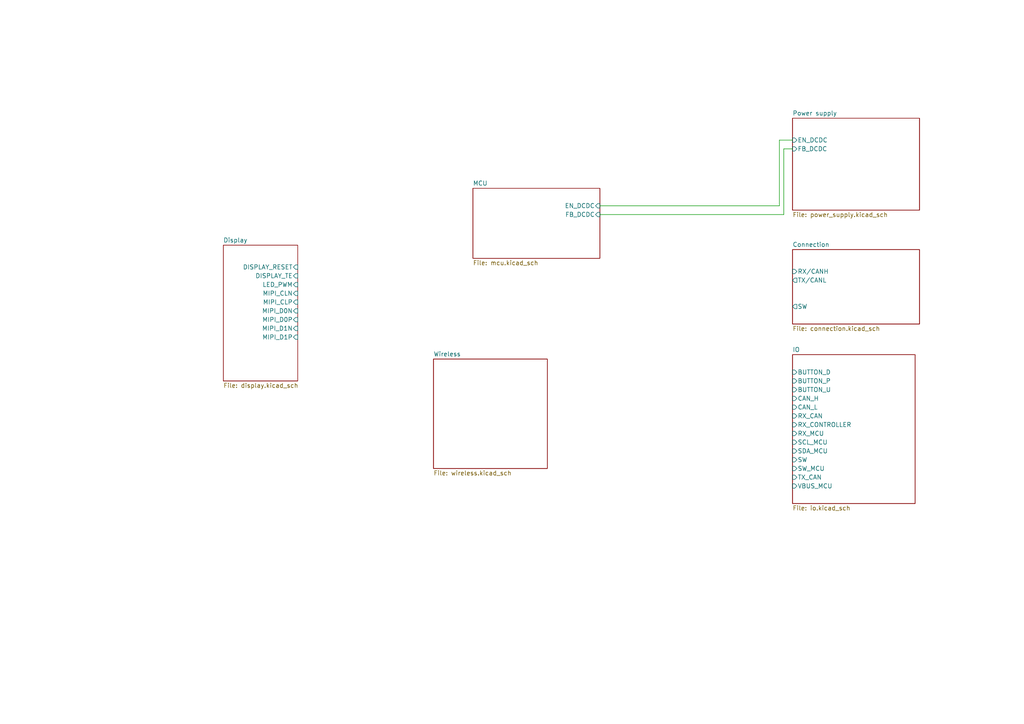
<source format=kicad_sch>
(kicad_sch
	(version 20250114)
	(generator "eeschema")
	(generator_version "9.0")
	(uuid "54a54a18-4a65-4728-b17a-32b4a97370c1")
	(paper "A4")
	(title_block
		(title "PEAK")
		(date "2025-03-29")
		(rev "1")
	)
	(lib_symbols)
	(wire
		(pts
			(xy 173.99 59.69) (xy 226.06 59.69)
		)
		(stroke
			(width 0)
			(type default)
		)
		(uuid "209442d0-fef4-4b26-b31b-7f7ed814f685")
	)
	(wire
		(pts
			(xy 226.06 40.64) (xy 229.87 40.64)
		)
		(stroke
			(width 0)
			(type default)
		)
		(uuid "b63e7709-9d3a-4adb-b724-2d1416c567ea")
	)
	(wire
		(pts
			(xy 173.99 62.23) (xy 227.33 62.23)
		)
		(stroke
			(width 0)
			(type default)
		)
		(uuid "c0e7f439-d4bb-4965-82f6-902ec59c2711")
	)
	(wire
		(pts
			(xy 227.33 43.18) (xy 229.87 43.18)
		)
		(stroke
			(width 0)
			(type default)
		)
		(uuid "f9551392-1b66-4b85-b6e8-d5d6d2e69df1")
	)
	(wire
		(pts
			(xy 227.33 62.23) (xy 227.33 43.18)
		)
		(stroke
			(width 0)
			(type default)
		)
		(uuid "fa3da345-628d-487a-9f20-52459d55571d")
	)
	(wire
		(pts
			(xy 226.06 59.69) (xy 226.06 40.64)
		)
		(stroke
			(width 0)
			(type default)
		)
		(uuid "feef8b0d-d77f-4777-a14c-b8e7ac251c55")
	)
	(sheet
		(at 229.87 102.87)
		(size 35.56 43.18)
		(exclude_from_sim no)
		(in_bom yes)
		(on_board yes)
		(dnp no)
		(fields_autoplaced yes)
		(stroke
			(width 0.1524)
			(type solid)
		)
		(fill
			(color 0 0 0 0.0000)
		)
		(uuid "0c93e6bb-f116-4211-a7bb-466a518707dd")
		(property "Sheetname" "IO"
			(at 229.87 102.1584 0)
			(effects
				(font
					(size 1.27 1.27)
				)
				(justify left bottom)
			)
		)
		(property "Sheetfile" "io.kicad_sch"
			(at 229.87 146.6346 0)
			(effects
				(font
					(size 1.27 1.27)
				)
				(justify left top)
			)
		)
		(pin "BUTTON_D" input
			(at 229.87 107.95 180)
			(uuid "23ef0380-d39f-450a-9448-b44405687a4b")
			(effects
				(font
					(size 1.27 1.27)
				)
				(justify left)
			)
		)
		(pin "BUTTON_P" input
			(at 229.87 110.49 180)
			(uuid "b80194f4-87a4-4daa-98ca-71f61a32ef3b")
			(effects
				(font
					(size 1.27 1.27)
				)
				(justify left)
			)
		)
		(pin "BUTTON_U" input
			(at 229.87 113.03 180)
			(uuid "7c2a2c09-a99f-4a12-8eb8-f7d34970e94d")
			(effects
				(font
					(size 1.27 1.27)
				)
				(justify left)
			)
		)
		(pin "CAN_H" input
			(at 229.87 115.57 180)
			(uuid "e730cf8a-5153-4dda-a6be-cb98922c5e2d")
			(effects
				(font
					(size 1.27 1.27)
				)
				(justify left)
			)
		)
		(pin "CAN_L" input
			(at 229.87 118.11 180)
			(uuid "74f5774d-9356-429b-bc98-b747add2fda8")
			(effects
				(font
					(size 1.27 1.27)
				)
				(justify left)
			)
		)
		(pin "RX_CAN" input
			(at 229.87 120.65 180)
			(uuid "bb73b94f-45e3-478d-8b29-96e9cd8b5ea3")
			(effects
				(font
					(size 1.27 1.27)
				)
				(justify left)
			)
		)
		(pin "RX_CONTROLLER" input
			(at 229.87 123.19 180)
			(uuid "18981919-5a59-4d5d-ae45-1a7b138c8695")
			(effects
				(font
					(size 1.27 1.27)
				)
				(justify left)
			)
		)
		(pin "RX_MCU" input
			(at 229.87 125.73 180)
			(uuid "d6b75cd4-ab1b-4177-a711-f60d169279e5")
			(effects
				(font
					(size 1.27 1.27)
				)
				(justify left)
			)
		)
		(pin "SCL_MCU" input
			(at 229.87 128.27 180)
			(uuid "6f3370cf-7754-4743-a2d4-4b338d1c91ed")
			(effects
				(font
					(size 1.27 1.27)
				)
				(justify left)
			)
		)
		(pin "SDA_MCU" input
			(at 229.87 130.81 180)
			(uuid "50ba7a3b-1dcc-440f-a9b8-696c07753efb")
			(effects
				(font
					(size 1.27 1.27)
				)
				(justify left)
			)
		)
		(pin "SW" input
			(at 229.87 133.35 180)
			(uuid "80daa787-3fda-46df-91c5-51b873f1fece")
			(effects
				(font
					(size 1.27 1.27)
				)
				(justify left)
			)
		)
		(pin "SW_MCU" input
			(at 229.87 135.89 180)
			(uuid "2de83bc9-5472-4fc9-aefc-a96d358de0d5")
			(effects
				(font
					(size 1.27 1.27)
				)
				(justify left)
			)
		)
		(pin "TX_CAN" input
			(at 229.87 138.43 180)
			(uuid "84e4eb4a-7ea4-4588-8a60-4b455ce89416")
			(effects
				(font
					(size 1.27 1.27)
				)
				(justify left)
			)
		)
		(pin "VBUS_MCU" input
			(at 229.87 140.97 180)
			(uuid "6857e030-93ff-406d-b676-a48820ae54a6")
			(effects
				(font
					(size 1.27 1.27)
				)
				(justify left)
			)
		)
		(instances
			(project "peak"
				(path "/54a54a18-4a65-4728-b17a-32b4a97370c1"
					(page "6")
				)
			)
		)
	)
	(sheet
		(at 229.87 34.29)
		(size 36.83 26.67)
		(exclude_from_sim no)
		(in_bom yes)
		(on_board yes)
		(dnp no)
		(fields_autoplaced yes)
		(stroke
			(width 0.1524)
			(type solid)
		)
		(fill
			(color 0 0 0 0.0000)
		)
		(uuid "2f3b67c0-998d-4e44-aea4-3f3ad43237a6")
		(property "Sheetname" "Power supply"
			(at 229.87 33.5784 0)
			(effects
				(font
					(size 1.27 1.27)
				)
				(justify left bottom)
			)
		)
		(property "Sheetfile" "power_supply.kicad_sch"
			(at 229.87 61.5446 0)
			(effects
				(font
					(size 1.27 1.27)
				)
				(justify left top)
			)
		)
		(pin "EN_DCDC" input
			(at 229.87 40.64 180)
			(uuid "2b2c8049-f198-4e01-8996-225725231eea")
			(effects
				(font
					(size 1.27 1.27)
				)
				(justify left)
			)
		)
		(pin "FB_DCDC" input
			(at 229.87 43.18 180)
			(uuid "4ce30c10-7548-4e77-9e40-eea2bf1c45cf")
			(effects
				(font
					(size 1.27 1.27)
				)
				(justify left)
			)
		)
		(instances
			(project "peak"
				(path "/54a54a18-4a65-4728-b17a-32b4a97370c1"
					(page "2")
				)
			)
		)
	)
	(sheet
		(at 64.77 71.12)
		(size 21.59 39.37)
		(exclude_from_sim no)
		(in_bom yes)
		(on_board yes)
		(dnp no)
		(fields_autoplaced yes)
		(stroke
			(width 0.1524)
			(type solid)
		)
		(fill
			(color 0 0 0 0.0000)
		)
		(uuid "4888a3b7-e0e1-4fe3-83ae-3b123e53f2dc")
		(property "Sheetname" "Display"
			(at 64.77 70.4084 0)
			(effects
				(font
					(size 1.27 1.27)
				)
				(justify left bottom)
			)
		)
		(property "Sheetfile" "display.kicad_sch"
			(at 64.77 111.0746 0)
			(effects
				(font
					(size 1.27 1.27)
				)
				(justify left top)
			)
		)
		(pin "DISPLAY_RESET" input
			(at 86.36 77.47 0)
			(uuid "867f6538-5acd-4507-bbb9-f2b10baafb31")
			(effects
				(font
					(size 1.27 1.27)
				)
				(justify right)
			)
		)
		(pin "DISPLAY_TE" input
			(at 86.36 80.01 0)
			(uuid "3f7c980a-aa4c-4dcd-a0f2-5a3162f9b2b2")
			(effects
				(font
					(size 1.27 1.27)
				)
				(justify right)
			)
		)
		(pin "LED_PWM" input
			(at 86.36 82.55 0)
			(uuid "cf1d7b72-925c-4674-b151-80d904dc8429")
			(effects
				(font
					(size 1.27 1.27)
				)
				(justify right)
			)
		)
		(pin "MIPI_CLN" input
			(at 86.36 85.09 0)
			(uuid "81348ee1-3532-48ba-9ec3-aa9090dff594")
			(effects
				(font
					(size 1.27 1.27)
				)
				(justify right)
			)
		)
		(pin "MIPI_CLP" input
			(at 86.36 87.63 0)
			(uuid "e9967ed2-5aa4-473d-a8d6-21e4b58beb5c")
			(effects
				(font
					(size 1.27 1.27)
				)
				(justify right)
			)
		)
		(pin "MIPI_D0N" input
			(at 86.36 90.17 0)
			(uuid "5aafd73d-2334-4b73-ad37-1146337b6215")
			(effects
				(font
					(size 1.27 1.27)
				)
				(justify right)
			)
		)
		(pin "MIPI_D0P" input
			(at 86.36 92.71 0)
			(uuid "6efae204-624e-4cfb-9054-9d5812b01f44")
			(effects
				(font
					(size 1.27 1.27)
				)
				(justify right)
			)
		)
		(pin "MIPI_D1N" input
			(at 86.36 95.25 0)
			(uuid "35cd603e-7ff2-47f5-9320-e837b54a4c0b")
			(effects
				(font
					(size 1.27 1.27)
				)
				(justify right)
			)
		)
		(pin "MIPI_D1P" input
			(at 86.36 97.79 0)
			(uuid "b892a3d5-bd45-47ab-9c9f-e0911f191eaa")
			(effects
				(font
					(size 1.27 1.27)
				)
				(justify right)
			)
		)
		(instances
			(project "peak"
				(path "/54a54a18-4a65-4728-b17a-32b4a97370c1"
					(page "5")
				)
			)
		)
	)
	(sheet
		(at 125.73 104.14)
		(size 33.02 31.75)
		(exclude_from_sim no)
		(in_bom yes)
		(on_board yes)
		(dnp no)
		(fields_autoplaced yes)
		(stroke
			(width 0.1524)
			(type solid)
		)
		(fill
			(color 0 0 0 0.0000)
		)
		(uuid "4b2e3f36-15b2-4931-8779-b46f5157a5a6")
		(property "Sheetname" "Wireless"
			(at 125.73 103.4284 0)
			(effects
				(font
					(size 1.27 1.27)
				)
				(justify left bottom)
			)
		)
		(property "Sheetfile" "wireless.kicad_sch"
			(at 125.73 136.4746 0)
			(effects
				(font
					(size 1.27 1.27)
				)
				(justify left top)
			)
		)
		(instances
			(project "peak"
				(path "/54a54a18-4a65-4728-b17a-32b4a97370c1"
					(page "7")
				)
			)
		)
	)
	(sheet
		(at 137.16 54.61)
		(size 36.83 20.32)
		(exclude_from_sim no)
		(in_bom yes)
		(on_board yes)
		(dnp no)
		(fields_autoplaced yes)
		(stroke
			(width 0.1524)
			(type solid)
		)
		(fill
			(color 0 0 0 0.0000)
		)
		(uuid "6c635fe1-fb38-4708-8fe7-1072f1238ec8")
		(property "Sheetname" "MCU"
			(at 137.16 53.8984 0)
			(effects
				(font
					(size 1.27 1.27)
				)
				(justify left bottom)
			)
		)
		(property "Sheetfile" "mcu.kicad_sch"
			(at 137.16 75.5146 0)
			(effects
				(font
					(size 1.27 1.27)
				)
				(justify left top)
			)
		)
		(pin "EN_DCDC" input
			(at 173.99 59.69 0)
			(uuid "095cc6ad-06c9-4067-9224-cedd2ff2c1e4")
			(effects
				(font
					(size 1.27 1.27)
				)
				(justify right)
			)
		)
		(pin "FB_DCDC" input
			(at 173.99 62.23 0)
			(uuid "fa9d62bb-c637-4d0c-8b56-c27067fe563a")
			(effects
				(font
					(size 1.27 1.27)
				)
				(justify right)
			)
		)
		(instances
			(project "peak"
				(path "/54a54a18-4a65-4728-b17a-32b4a97370c1"
					(page "4")
				)
			)
		)
	)
	(sheet
		(at 229.87 72.39)
		(size 36.83 21.59)
		(exclude_from_sim no)
		(in_bom yes)
		(on_board yes)
		(dnp no)
		(fields_autoplaced yes)
		(stroke
			(width 0.1524)
			(type solid)
		)
		(fill
			(color 0 0 0 0.0000)
		)
		(uuid "7b8eb5a1-fed9-4601-b83f-2313cfb612ed")
		(property "Sheetname" "Connection"
			(at 229.87 71.6784 0)
			(effects
				(font
					(size 1.27 1.27)
				)
				(justify left bottom)
			)
		)
		(property "Sheetfile" "connection.kicad_sch"
			(at 229.87 94.5646 0)
			(effects
				(font
					(size 1.27 1.27)
				)
				(justify left top)
			)
		)
		(pin "RX{slash}CANH" input
			(at 229.87 78.74 180)
			(uuid "0ed361d8-791d-4226-89ff-5df8e3898abd")
			(effects
				(font
					(size 1.27 1.27)
				)
				(justify left)
			)
		)
		(pin "SW" output
			(at 229.87 88.9 180)
			(uuid "9da71246-4323-40ed-85a4-41fcdf61ee59")
			(effects
				(font
					(size 1.27 1.27)
				)
				(justify left)
			)
		)
		(pin "TX{slash}CANL" output
			(at 229.87 81.28 180)
			(uuid "908b02c3-cb97-49ad-a23c-3d8fea154526")
			(effects
				(font
					(size 1.27 1.27)
				)
				(justify left)
			)
		)
		(instances
			(project "peak"
				(path "/54a54a18-4a65-4728-b17a-32b4a97370c1"
					(page "3")
				)
			)
		)
	)
	(sheet_instances
		(path "/"
			(page "1")
		)
	)
	(embedded_fonts no)
)

</source>
